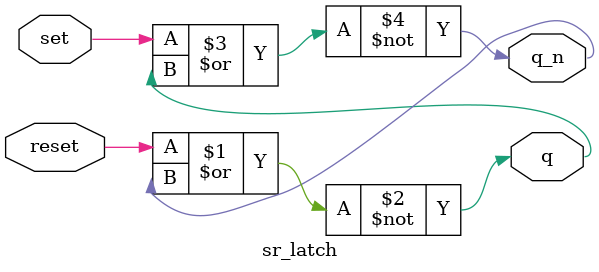
<source format=v>
`default_nettype none
module sr_latch (
    input       set,    // Input: Set signal
    input       reset,  // Input: Reset signal
    output wire q,      // Output: Q
    output wire q_n     // Output: Not Q
);

  // SR latch using NOR gates
  assign q = ~(reset | q_n);
  assign q_n = ~(set | q);

endmodule

</source>
